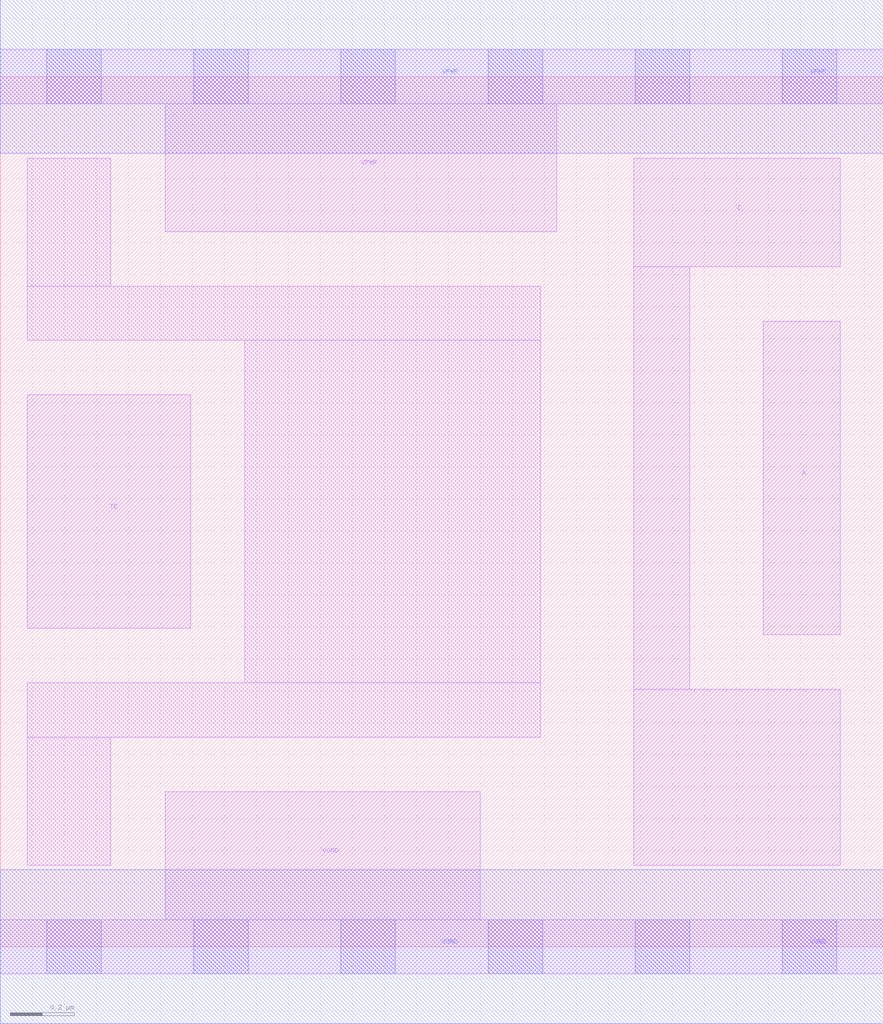
<source format=lef>
# Copyright 2020 The SkyWater PDK Authors
#
# Licensed under the Apache License, Version 2.0 (the "License");
# you may not use this file except in compliance with the License.
# You may obtain a copy of the License at
#
#     https://www.apache.org/licenses/LICENSE-2.0
#
# Unless required by applicable law or agreed to in writing, software
# distributed under the License is distributed on an "AS IS" BASIS,
# WITHOUT WARRANTIES OR CONDITIONS OF ANY KIND, either express or implied.
# See the License for the specific language governing permissions and
# limitations under the License.
#
# SPDX-License-Identifier: Apache-2.0

VERSION 5.7 ;
  NAMESCASESENSITIVE ON ;
  NOWIREEXTENSIONATPIN ON ;
  DIVIDERCHAR "/" ;
  BUSBITCHARS "[]" ;
UNITS
  DATABASE MICRONS 200 ;
END UNITS
PROPERTYDEFINITIONS
  MACRO maskLayoutSubType STRING ;
  MACRO prCellType STRING ;
  MACRO originalViewName STRING ;
END PROPERTYDEFINITIONS
MACRO sky130_fd_sc_hdll__einvp_1
  CLASS CORE ;
  FOREIGN sky130_fd_sc_hdll__einvp_1 ;
  ORIGIN  0.000000  0.000000 ;
  SIZE  2.760000 BY  2.720000 ;
  SYMMETRY X Y R90 ;
  SITE unithd ;
  PIN A
    ANTENNAGATEAREA  0.277500 ;
    DIRECTION INPUT ;
    USE SIGNAL ;
    PORT
      LAYER li1 ;
        RECT 2.385000 0.975000 2.625000 1.955000 ;
    END
  END A
  PIN TE
    ANTENNAGATEAREA  0.236100 ;
    DIRECTION INPUT ;
    USE SIGNAL ;
    PORT
      LAYER li1 ;
        RECT 0.085000 0.995000 0.595000 1.725000 ;
    END
  END TE
  PIN Z
    ANTENNADIFFAREA  0.488000 ;
    DIRECTION OUTPUT ;
    USE SIGNAL ;
    PORT
      LAYER li1 ;
        RECT 1.980000 0.255000 2.625000 0.805000 ;
        RECT 1.980000 0.805000 2.155000 2.125000 ;
        RECT 1.980000 2.125000 2.625000 2.465000 ;
    END
  END Z
  PIN VGND
    DIRECTION INOUT ;
    USE GROUND ;
    PORT
      LAYER li1 ;
        RECT 0.000000 -0.085000 2.760000 0.085000 ;
        RECT 0.515000  0.085000 1.500000 0.485000 ;
      LAYER mcon ;
        RECT 0.145000 -0.085000 0.315000 0.085000 ;
        RECT 0.605000 -0.085000 0.775000 0.085000 ;
        RECT 1.065000 -0.085000 1.235000 0.085000 ;
        RECT 1.525000 -0.085000 1.695000 0.085000 ;
        RECT 1.985000 -0.085000 2.155000 0.085000 ;
        RECT 2.445000 -0.085000 2.615000 0.085000 ;
      LAYER met1 ;
        RECT 0.000000 -0.240000 2.760000 0.240000 ;
    END
  END VGND
  PIN VPWR
    DIRECTION INOUT ;
    USE POWER ;
    PORT
      LAYER li1 ;
        RECT 0.000000 2.635000 2.760000 2.805000 ;
        RECT 0.515000 2.235000 1.740000 2.635000 ;
      LAYER mcon ;
        RECT 0.145000 2.635000 0.315000 2.805000 ;
        RECT 0.605000 2.635000 0.775000 2.805000 ;
        RECT 1.065000 2.635000 1.235000 2.805000 ;
        RECT 1.525000 2.635000 1.695000 2.805000 ;
        RECT 1.985000 2.635000 2.155000 2.805000 ;
        RECT 2.445000 2.635000 2.615000 2.805000 ;
      LAYER met1 ;
        RECT 0.000000 2.480000 2.760000 2.960000 ;
    END
  END VPWR
  OBS
    LAYER li1 ;
      RECT 0.085000 0.255000 0.345000 0.655000 ;
      RECT 0.085000 0.655000 1.690000 0.825000 ;
      RECT 0.085000 1.895000 1.690000 2.065000 ;
      RECT 0.085000 2.065000 0.345000 2.465000 ;
      RECT 0.765000 0.825000 1.690000 1.895000 ;
  END
  PROPERTY maskLayoutSubType "abstract" ;
  PROPERTY prCellType "standard" ;
  PROPERTY originalViewName "layout" ;
END sky130_fd_sc_hdll__einvp_1

</source>
